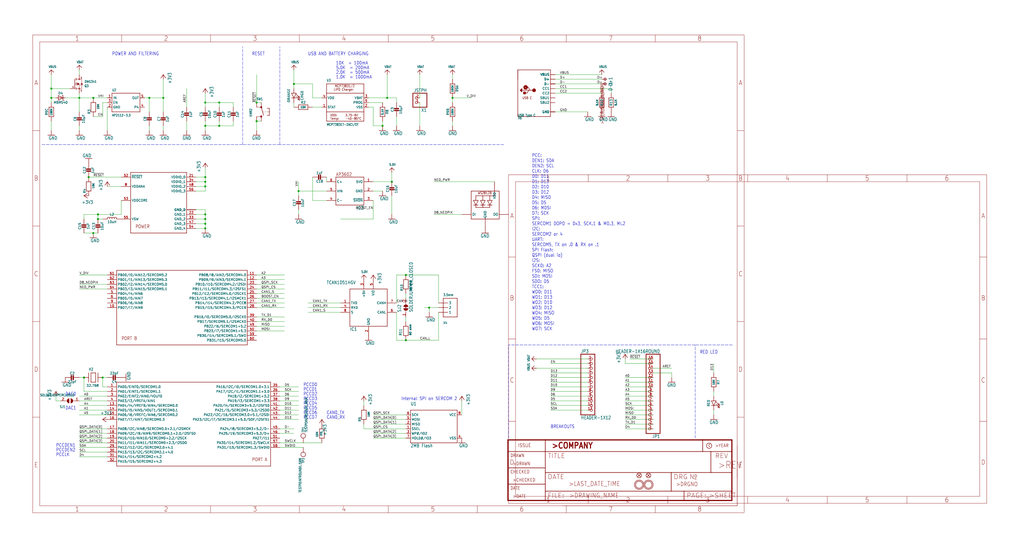
<source format=kicad_sch>
(kicad_sch (version 20211123) (generator eeschema)
  (paper "User" 557.53 299.161)
  (junction (at 213.36 99.06))
  (junction (at 111.76 55.88))
  (junction (at 111.76 101.6))
  (junction (at 139.7 55.88))
  (junction (at 210.82 53.34))
  (junction (at 111.76 119.38))
  (junction (at 48.26 96.52))
  (junction (at 45.72 205.74))
  (junction (at 111.76 68.58))
  (junction (at 246.38 53.34))
  (junction (at 233.68 167.64))
  (junction (at 27.94 48.26))
  (junction (at 111.76 124.46))
  (junction (at 111.76 99.06))
  (junction (at 119.38 68.58))
  (junction (at 220.98 185.42))
  (junction (at 81.28 53.34))
  (junction (at 27.94 53.34))
  (junction (at 160.02 45.72))
  (junction (at 220.98 149.86))
  (junction (at 53.34 119.38))
  (junction (at 43.18 53.34))
  (junction (at 53.34 116.84))
  (junction (at 111.76 121.92))
  (junction (at 139.7 66.04))
  (junction (at 50.8 127))
  (junction (at 88.9 53.34))
  (junction (at 111.76 116.84))
  (junction (at 162.56 104.14))
  (junction (at 119.38 55.88))
  (junction (at 50.8 53.34))
  (junction (at 111.76 96.52))
  (junction (at 208.28 68.58))
  (junction (at 55.88 205.74))
  (wire (pts (xy 127 66.04) (xy 127 68.58)))
  (wire (pts (xy 388.62 203.2) (xy 388.62 198.12)))
  (wire (pts (xy 170.18 45.72) (xy 170.18 53.34)))
  (wire (pts (xy 246.38 53.34) (xy 246.38 55.88)))
  (wire (pts (xy 45.72 213.36) (xy 45.72 205.74)))
  (polyline (pts (xy 378.46 187.96) (xy 276.86 187.96)))
  (wire (pts (xy 127 68.58) (xy 119.38 68.58)))
  (wire (pts (xy 139.7 165.1) (xy 154.94 165.1)))
  (wire (pts (xy 203.2 68.58) (xy 208.28 68.58)))
  (wire (pts (xy 213.36 106.68) (xy 213.36 116.84)))
  (wire (pts (xy 139.7 177.8) (xy 154.94 177.8)))
  (wire (pts (xy 162.56 223.52) (xy 152.4 223.52)))
  (wire (pts (xy 27.94 71.12) (xy 27.94 66.04)))
  (wire (pts (xy 30.48 53.34) (xy 27.94 53.34)))
  (wire (pts (xy 228.6 40.64) (xy 228.6 53.34)))
  (wire (pts (xy 101.6 66.04) (xy 101.6 71.12)))
  (wire (pts (xy 58.42 149.86) (xy 43.18 149.86)))
  (wire (pts (xy 106.68 124.46) (xy 111.76 124.46)))
  (wire (pts (xy 139.7 71.12) (xy 139.7 66.04)))
  (wire (pts (xy 106.68 99.06) (xy 111.76 99.06)))
  (wire (pts (xy 220.98 175.26) (xy 220.98 172.72)))
  (wire (pts (xy 388.62 223.52) (xy 388.62 226.06)))
  (wire (pts (xy 340.36 233.68) (xy 355.6 233.68)))
  (wire (pts (xy 142.24 66.04) (xy 139.7 66.04)))
  (wire (pts (xy 139.7 152.4) (xy 154.94 152.4)))
  (wire (pts (xy 167.64 167.64) (xy 185.42 167.64)))
  (wire (pts (xy 152.4 241.3) (xy 175.26 241.3)))
  (polyline (pts (xy 276.86 238.76) (xy 276.86 187.96)))
  (wire (pts (xy 238.76 149.86) (xy 238.76 165.1)))
  (wire (pts (xy 355.6 205.74) (xy 340.36 205.74)))
  (wire (pts (xy 203.2 238.76) (xy 220.98 238.76)))
  (wire (pts (xy 355.6 200.66) (xy 365.76 200.66)))
  (wire (pts (xy 355.6 203.2) (xy 365.76 203.2)))
  (wire (pts (xy 58.42 58.42) (xy 58.42 71.12)))
  (wire (pts (xy 355.6 220.98) (xy 340.36 220.98)))
  (wire (pts (xy 111.76 119.38) (xy 111.76 116.84)))
  (wire (pts (xy 251.46 218.44) (xy 251.46 226.06)))
  (wire (pts (xy 220.98 231.14) (xy 203.2 231.14)))
  (wire (pts (xy 302.26 43.18) (xy 327.66 43.18)))
  (wire (pts (xy 185.42 165.1) (xy 167.64 165.1)))
  (wire (pts (xy 43.18 241.3) (xy 58.42 241.3)))
  (wire (pts (xy 58.42 233.68) (xy 43.18 233.68)))
  (wire (pts (xy 111.76 55.88) (xy 111.76 50.8)))
  (wire (pts (xy 170.18 58.42) (xy 175.26 58.42)))
  (wire (pts (xy 30.48 218.44) (xy 30.48 215.9)))
  (wire (pts (xy 35.56 53.34) (xy 43.18 53.34)))
  (wire (pts (xy 162.56 116.84) (xy 162.56 114.3)))
  (wire (pts (xy 220.98 185.42) (xy 238.76 185.42)))
  (wire (pts (xy 165.1 243.84) (xy 152.4 243.84)))
  (wire (pts (xy 162.56 218.44) (xy 152.4 218.44)))
  (wire (pts (xy 111.76 71.12) (xy 111.76 68.58)))
  (wire (pts (xy 43.18 50.8) (xy 43.18 53.34)))
  (wire (pts (xy 43.18 218.44) (xy 58.42 218.44)))
  (wire (pts (xy 78.74 53.34) (xy 81.28 53.34)))
  (wire (pts (xy 320.04 213.36) (xy 299.72 213.36)))
  (wire (pts (xy 269.24 99.06) (xy 236.22 99.06)))
  (wire (pts (xy 119.38 68.58) (xy 119.38 66.04)))
  (wire (pts (xy 27.94 48.26) (xy 27.94 40.64)))
  (wire (pts (xy 320.04 220.98) (xy 299.72 220.98)))
  (wire (pts (xy 162.56 104.14) (xy 162.56 99.06)))
  (wire (pts (xy 43.18 53.34) (xy 43.18 60.96)))
  (wire (pts (xy 220.98 236.22) (xy 203.2 236.22)))
  (wire (pts (xy 203.2 99.06) (xy 213.36 99.06)))
  (wire (pts (xy 320.04 200.66) (xy 292.1 200.66)))
  (wire (pts (xy 106.68 114.3) (xy 111.76 114.3)))
  (wire (pts (xy 27.94 53.34) (xy 27.94 48.26)))
  (wire (pts (xy 106.68 101.6) (xy 111.76 101.6)))
  (wire (pts (xy 53.34 116.84) (xy 53.34 119.38)))
  (wire (pts (xy 220.98 162.56) (xy 220.98 160.02)))
  (wire (pts (xy 43.18 236.22) (xy 58.42 236.22)))
  (wire (pts (xy 340.36 208.28) (xy 355.6 208.28)))
  (wire (pts (xy 215.9 53.34) (xy 210.82 53.34)))
  (wire (pts (xy 160.02 38.1) (xy 160.02 45.72)))
  (wire (pts (xy 215.9 55.88) (xy 215.9 53.34)))
  (wire (pts (xy 152.4 226.06) (xy 162.56 226.06)))
  (wire (pts (xy 198.12 231.14) (xy 198.12 233.68)))
  (wire (pts (xy 170.18 109.22) (xy 170.18 96.52)))
  (wire (pts (xy 167.64 170.18) (xy 185.42 170.18)))
  (wire (pts (xy 246.38 40.64) (xy 246.38 43.18)))
  (wire (pts (xy 160.02 55.88) (xy 160.02 58.42)))
  (wire (pts (xy 320.04 60.96) (xy 302.26 60.96)))
  (wire (pts (xy 43.18 238.76) (xy 58.42 238.76)))
  (wire (pts (xy 152.4 215.9) (xy 162.56 215.9)))
  (wire (pts (xy 340.36 198.12) (xy 355.6 198.12)))
  (wire (pts (xy 139.7 55.88) (xy 142.24 55.88)))
  (wire (pts (xy 160.02 45.72) (xy 170.18 45.72)))
  (wire (pts (xy 139.7 149.86) (xy 154.94 149.86)))
  (polyline (pts (xy 152.4 78.74) (xy 152.4 25.4)))
  (wire (pts (xy 58.42 157.48) (xy 43.18 157.48)))
  (wire (pts (xy 55.88 210.82) (xy 58.42 210.82)))
  (wire (pts (xy 220.98 226.06) (xy 203.2 226.06)))
  (wire (pts (xy 299.72 223.52) (xy 320.04 223.52)))
  (wire (pts (xy 162.56 104.14) (xy 162.56 106.68)))
  (wire (pts (xy 340.36 231.14) (xy 355.6 231.14)))
  (wire (pts (xy 88.9 53.34) (xy 88.9 43.18)))
  (wire (pts (xy 119.38 55.88) (xy 111.76 55.88)))
  (wire (pts (xy 58.42 223.52) (xy 43.18 223.52)))
  (wire (pts (xy 208.28 104.14) (xy 203.2 104.14)))
  (wire (pts (xy 213.36 99.06) (xy 213.36 93.98)))
  (wire (pts (xy 332.74 48.26) (xy 332.74 50.8)))
  (wire (pts (xy 139.7 162.56) (xy 154.94 162.56)))
  (wire (pts (xy 299.72 210.82) (xy 320.04 210.82)))
  (wire (pts (xy 58.42 101.6) (xy 66.04 101.6)))
  (wire (pts (xy 139.7 175.26) (xy 154.94 175.26)))
  (wire (pts (xy 177.8 99.06) (xy 177.8 96.52)))
  (wire (pts (xy 101.6 58.42) (xy 101.6 48.26)))
  (wire (pts (xy 58.42 248.92) (xy 43.18 248.92)))
  (wire (pts (xy 203.2 228.6) (xy 220.98 228.6)))
  (wire (pts (xy 200.66 55.88) (xy 208.28 55.88)))
  (wire (pts (xy 88.9 68.58) (xy 88.9 71.12)))
  (wire (pts (xy 355.6 215.9) (xy 340.36 215.9)))
  (wire (pts (xy 111.76 124.46) (xy 111.76 121.92)))
  (wire (pts (xy 27.94 55.88) (xy 27.94 53.34)))
  (wire (pts (xy 355.6 223.52) (xy 340.36 223.52)))
  (wire (pts (xy 365.76 203.2) (xy 365.76 205.74)))
  (wire (pts (xy 162.56 213.36) (xy 152.4 213.36)))
  (polyline (pts (xy 378.46 238.76) (xy 378.46 187.96)))
  (wire (pts (xy 139.7 160.02) (xy 154.94 160.02)))
  (wire (pts (xy 139.7 40.64) (xy 139.7 55.88)))
  (wire (pts (xy 111.76 96.52) (xy 111.76 91.44)))
  (wire (pts (xy 198.12 218.44) (xy 198.12 220.98)))
  (wire (pts (xy 233.68 167.64) (xy 233.68 170.18)))
  (wire (pts (xy 355.6 210.82) (xy 340.36 210.82)))
  (wire (pts (xy 320.04 218.44) (xy 299.72 218.44)))
  (wire (pts (xy 58.42 220.98) (xy 43.18 220.98)))
  (wire (pts (xy 43.18 205.74) (xy 45.72 205.74)))
  (polyline (pts (xy 132.08 78.74) (xy 132.08 25.4)))
  (wire (pts (xy 66.04 116.84) (xy 53.34 116.84)))
  (polyline (pts (xy 274.32 78.74) (xy 152.4 78.74)))
  (wire (pts (xy 220.98 149.86) (xy 215.9 149.86)))
  (wire (pts (xy 55.88 55.88) (xy 58.42 55.88)))
  (wire (pts (xy 43.18 226.06) (xy 58.42 226.06)))
  (wire (pts (xy 66.04 116.84) (xy 66.04 109.22)))
  (wire (pts (xy 233.68 167.64) (xy 231.14 167.64)))
  (wire (pts (xy 388.62 213.36) (xy 388.62 215.9)))
  (wire (pts (xy 299.72 215.9) (xy 320.04 215.9)))
  (wire (pts (xy 53.34 127) (xy 50.8 127)))
  (wire (pts (xy 160.02 48.26) (xy 160.02 45.72)))
  (wire (pts (xy 238.76 167.64) (xy 233.68 167.64)))
  (wire (pts (xy 58.42 53.34) (xy 50.8 53.34)))
  (wire (pts (xy 162.56 228.6) (xy 152.4 228.6)))
  (wire (pts (xy 355.6 228.6) (xy 340.36 228.6)))
  (wire (pts (xy 111.76 99.06) (xy 111.76 96.52)))
  (wire (pts (xy 299.72 198.12) (xy 320.04 198.12)))
  (wire (pts (xy 33.02 218.44) (xy 30.48 218.44)))
  (polyline (pts (xy 152.4 78.74) (xy 132.08 78.74)))
  (wire (pts (xy 50.8 63.5) (xy 55.88 63.5)))
  (wire (pts (xy 58.42 154.94) (xy 43.18 154.94)))
  (wire (pts (xy 139.7 180.34) (xy 154.94 180.34)))
  (wire (pts (xy 106.68 96.52) (xy 111.76 96.52)))
  (wire (pts (xy 152.4 210.82) (xy 162.56 210.82)))
  (wire (pts (xy 208.28 66.04) (xy 208.28 68.58)))
  (polyline (pts (xy 398.78 187.96) (xy 378.46 187.96)))
  (wire (pts (xy 170.18 53.34) (xy 175.26 53.34)))
  (wire (pts (xy 106.68 119.38) (xy 111.76 119.38)))
  (wire (pts (xy 139.7 157.48) (xy 154.94 157.48)))
  (wire (pts (xy 55.88 119.38) (xy 53.34 119.38)))
  (wire (pts (xy 139.7 154.94) (xy 154.94 154.94)))
  (wire (pts (xy 111.76 99.06) (xy 111.76 101.6)))
  (wire (pts (xy 139.7 167.64) (xy 154.94 167.64)))
  (wire (pts (xy 58.42 243.84) (xy 43.18 243.84)))
  (wire (pts (xy 50.8 53.34) (xy 43.18 53.34)))
  (wire (pts (xy 139.7 172.72) (xy 154.94 172.72)))
  (wire (pts (xy 106.68 121.92) (xy 111.76 121.92)))
  (wire (pts (xy 55.88 205.74) (xy 55.88 210.82)))
  (wire (pts (xy 210.82 40.64) (xy 210.82 53.34)))
  (wire (pts (xy 81.28 60.96) (xy 81.28 53.34)))
  (wire (pts (xy 215.9 149.86) (xy 215.9 165.1)))
  (wire (pts (xy 220.98 149.86) (xy 238.76 149.86)))
  (wire (pts (xy 246.38 53.34) (xy 256.54 53.34)))
  (wire (pts (xy 43.18 38.1) (xy 43.18 40.64)))
  (wire (pts (xy 302.26 48.26) (xy 332.74 48.26)))
  (wire (pts (xy 340.36 218.44) (xy 355.6 218.44)))
  (wire (pts (xy 203.2 58.42) (xy 203.2 68.58)))
  (wire (pts (xy 111.76 58.42) (xy 111.76 55.88)))
  (wire (pts (xy 238.76 170.18) (xy 238.76 185.42)))
  (wire (pts (xy 215.9 63.5) (xy 215.9 68.58)))
  (wire (pts (xy 198.12 233.68) (xy 220.98 233.68)))
  (wire (pts (xy 53.34 116.84) (xy 45.72 116.84)))
  (wire (pts (xy 111.76 116.84) (xy 106.68 116.84)))
  (wire (pts (xy 228.6 68.58) (xy 228.6 55.88)))
  (wire (pts (xy 55.88 63.5) (xy 55.88 55.88)))
  (wire (pts (xy 152.4 233.68) (xy 160.02 233.68)))
  (wire (pts (xy 327.66 40.64) (xy 302.26 40.64)))
  (wire (pts (xy 111.76 104.14) (xy 111.76 101.6)))
  (wire (pts (xy 355.6 195.58) (xy 342.9 195.58)))
  (wire (pts (xy 177.8 104.14) (xy 162.56 104.14)))
  (wire (pts (xy 45.72 127) (xy 50.8 127)))
  (wire (pts (xy 203.2 109.22) (xy 203.2 119.38)))
  (wire (pts (xy 251.46 116.84) (xy 236.22 116.84)))
  (wire (pts (xy 58.42 213.36) (xy 45.72 213.36)))
  (wire (pts (xy 340.36 195.58) (xy 340.36 198.12)))
  (wire (pts (xy 246.38 68.58) (xy 246.38 66.04)))
  (wire (pts (xy 320.04 203.2) (xy 299.72 203.2)))
  (wire (pts (xy 106.68 104.14) (xy 111.76 104.14)))
  (wire (pts (xy 43.18 246.38) (xy 58.42 246.38)))
  (wire (pts (xy 45.72 116.84) (xy 45.72 119.38)))
  (wire (pts (xy 88.9 53.34) (xy 88.9 60.96)))
  (wire (pts (xy 38.1 48.26) (xy 27.94 48.26)))
  (wire (pts (xy 299.72 205.74) (xy 320.04 205.74)))
  (wire (pts (xy 203.2 119.38) (xy 185.42 119.38)))
  (wire (pts (xy 111.76 114.3) (xy 111.76 116.84)))
  (wire (pts (xy 152.4 236.22) (xy 160.02 236.22)))
  (wire (pts (xy 43.18 68.58) (xy 43.18 71.12)))
  (wire (pts (xy 292.1 195.58) (xy 320.04 195.58)))
  (wire (pts (xy 119.38 58.42) (xy 119.38 55.88)))
  (wire (pts (xy 127 55.88) (xy 127 58.42)))
  (wire (pts (xy 302.26 50.8) (xy 327.66 50.8)))
  (wire (pts (xy 111.76 68.58) (xy 111.76 66.04)))
  (wire (pts (xy 81.28 68.58) (xy 81.28 71.12)))
  (wire (pts (xy 340.36 226.06) (xy 355.6 226.06)))
  (wire (pts (xy 119.38 55.88) (xy 127 55.88)))
  (wire (pts (xy 302.26 45.72) (xy 327.66 45.72)))
  (wire (pts (xy 320.04 208.28) (xy 299.72 208.28)))
  (wire (pts (xy 220.98 185.42) (xy 215.9 185.42)))
  (wire (pts (xy 177.8 109.22) (xy 170.18 109.22)))
  (wire (pts (xy 210.82 53.34) (xy 200.66 53.34)))
  (wire (pts (xy 152.4 220.98) (xy 162.56 220.98)))
  (wire (pts (xy 55.88 205.74) (xy 58.42 205.74)))
  (wire (pts (xy 215.9 185.42) (xy 215.9 170.18)))
  (wire (pts (xy 200.66 58.42) (xy 203.2 58.42)))
  (wire (pts (xy 81.28 53.34) (xy 88.9 53.34)))
  (wire (pts (xy 66.04 96.52) (xy 48.26 96.52)))
  (wire (pts (xy 111.76 121.92) (xy 111.76 119.38)))
  (wire (pts (xy 58.42 215.9) (xy 43.18 215.9)))
  (wire (pts (xy 119.38 68.58) (xy 111.76 68.58)))
  (wire (pts (xy 340.36 213.36) (xy 355.6 213.36)))
  (polyline (pts (xy 22.86 78.74) (xy 132.08 78.74)))
  (text "POWER AND FILTERING" (at 60.96 30.48 180) (effects (font (size 1.778 1.5113)) (justify left bottom)))
  (text "DAC1" (at 35.56 223.52 180) (effects (font (size 1.778 1.5113)) (justify left bottom)))
  (text "CAN0_RX" (at 177.8 228.6 180) (effects (font (size 1.778 1.5113)) (justify left bottom)))
  (text "PCCD4" (at 165.1 220.98 180) (effects (font (size 1.778 1.5113)) (justify left bottom)))
  (text "RESET" (at 137.16 30.48 180) (effects (font (size 1.778 1.5113)) (justify left bottom)))
  (text "USB AND BATTERY CHARGING" (at 167.64 30.48 180) (effects (font (size 1.778 1.5113)) (justify left bottom)))
  (text "PCCDEN2" (at 30.48 246.38 180) (effects (font (size 1.778 1.5113)) (justify left bottom)))
  (text "PCC:\nDEN1: SDA\nDEN2: SCL\nCLK: D6\nD0: D11\nD1: D13\nD2: D10\nD3: D12\nD4: MISO\nD5: D5\nD6: MOSI\nD7: SCK\nSPI:\nSERCOM1 DOPO = 0x3, SCK.1 & MO.3, MI.2\nI2C:\nSERCOM2 or 4\nUART:\nSERCOM5, TX on .0 & RX on .1\nSPI Flash:\nQSPI (dual io)\nI2S:\nSCK0: A2\nFS0: MISO\nSDI: MOSI\nSDO: D5\nTCC1:\nWO0: D11\nWO1: D13\nWO2: D10\nWO3: D12\nWO4: MISO\nWO5: D5\nWO6: MOSI\nWO7: SCK" (at 289.56 180.34 0) (effects (font (size 1.778 1.5113)) (justify left bottom)))
  (text "BREAKOUTS" (at 299.72 233.68 180) (effects (font (size 1.778 1.5113)) (justify left bottom)))
  (text "PCCD7" (at 165.1 228.6 180) (effects (font (size 1.778 1.5113)) (justify left bottom)))
  (text "CAN0_TX" (at 177.8 226.06 180) (effects (font (size 1.778 1.5113)) (justify left bottom)))
  (text "RED LED" (at 381 193.04 180) (effects (font (size 1.778 1.5113)) (justify left bottom)))
  (text "PCCD1" (at 165.1 213.36 180) (effects (font (size 1.778 1.5113)) (justify left bottom)))
  (text "PCCD3" (at 165.1 218.44 180) (effects (font (size 1.778 1.5113)) (justify left bottom)))
  (text "PCCD6" (at 165.1 226.06 180) (effects (font (size 1.778 1.5113)) (justify left bottom)))
  (text "DAC0" (at 35.56 215.9 180) (effects (font (size 1.778 1.5113)) (justify left bottom)))
  (text "10K  = 100mA" (at 182.88 35.56 180) (effects (font (size 1.778 1.5113)) (justify left bottom)))
  (text "PCCD5" (at 165.1 223.52 180) (effects (font (size 1.778 1.5113)) (justify left bottom)))
  (text "PCCLK" (at 30.48 248.92 180) (effects (font (size 1.778 1.5113)) (justify left bottom)))
  (text "Internal SPI on SERCOM 2" (at 218.44 218.44 180) (effects (font (size 1.778 1.5113)) (justify left bottom)))
  (text "PCCDEN1" (at 30.48 243.84 180) (effects (font (size 1.778 1.5113)) (justify left bottom)))
  (text "PCCD0" (at 165.1 210.82 180) (effects (font (size 1.778 1.5113)) (justify left bottom)))
  (text "PCCD2" (at 165.1 215.9 180) (effects (font (size 1.778 1.5113)) (justify left bottom)))
  (text "2.0K  = 500mA" (at 182.88 40.64 180) (effects (font (size 1.778 1.5113)) (justify left bottom)))
  (text "1.0K  = 1000mA" (at 182.88 43.18 180) (effects (font (size 1.778 1.5113)) (justify left bottom)))
  (text "5.0K  = 200mA" (at 182.88 38.1 180) (effects (font (size 1.778 1.5113)) (justify left bottom)))
  (label "QSPI_DATA[0]" (at 43.18 233.68 0) (effects (font (size 1.2446 1.2446))))
  (label "MOSI" (at 142.24 180.34 0) (effects (font (size 1.2446 1.2446))))
  (label "CAN_L" (at 228.6 185.42 0) (effects (font (size 1.2446 1.2446))))
  (label "D13" (at 388.62 198.12 270) (effects (font (size 1.2446 1.2446))))
  (label "SCL" (at 43.18 246.38 0) (effects (font (size 1.2446 1.2446))))
  (label "D9" (at 154.94 218.44 0) (effects (font (size 1.2446 1.2446))))
  (label "SCK" (at 340.36 220.98 0) (effects (font (size 1.2446 1.2446))))
  (label "AREF" (at 101.6 55.88 90) (effects (font (size 1.2446 1.2446))))
  (label "BOOST_EN" (at 203.2 114.3 180) (effects (font (size 1.2446 1.2446))))
  (label "D5" (at 299.72 218.44 0) (effects (font (size 1.2446 1.2446))))
  (label "D-" (at 304.8 45.72 0) (effects (font (size 1.2446 1.2446))))
  (label "D8_NEOPIX" (at 236.22 116.84 0) (effects (font (size 1.2446 1.2446))))
  (label "NEO_PWR" (at 43.18 157.48 0) (effects (font (size 1.2446 1.2446))))
  (label "A5" (at 340.36 218.44 0) (effects (font (size 1.2446 1.2446))))
  (label "A0" (at 340.36 205.74 0) (effects (font (size 1.2446 1.2446))))
  (label "QSPI_CS" (at 142.24 157.48 0) (effects (font (size 1.2446 1.2446))))
  (label "D+" (at 325.12 43.18 0) (effects (font (size 1.2446 1.2446))))
  (label "MISO" (at 340.36 226.06 0) (effects (font (size 1.2446 1.2446))))
  (label "D11" (at 154.94 223.52 0) (effects (font (size 1.2446 1.2446))))
  (label "MOSI" (at 340.36 223.52 0) (effects (font (size 1.2446 1.2446))))
  (label "D13" (at 154.94 228.6 0) (effects (font (size 1.2446 1.2446))))
  (label "A4" (at 340.36 215.9 0) (effects (font (size 1.2446 1.2446))))
  (label "QSPI_SCK" (at 142.24 154.94 0) (effects (font (size 1.2446 1.2446))))
  (label "CAN1_RX" (at 142.24 167.64 0) (effects (font (size 1.2446 1.2446))))
  (label "AREF" (at 360.68 200.66 0) (effects (font (size 1.2446 1.2446))))
  (label "SCK" (at 154.94 213.36 0) (effects (font (size 1.2446 1.2446))))
  (label "QSPI_DATA[3]" (at 43.18 241.3 0) (effects (font (size 1.2446 1.2446))))
  (label "D4" (at 340.36 233.68 0) (effects (font (size 1.2446 1.2446))))
  (label "SDA" (at 299.72 223.52 0) (effects (font (size 1.2446 1.2446))))
  (label "CAN1_RX" (at 170.18 167.64 0) (effects (font (size 1.2446 1.2446))))
  (label "SCL" (at 299.72 220.98 0) (effects (font (size 1.2446 1.2446))))
  (label "TX_D1" (at 340.36 231.14 0) (effects (font (size 1.2446 1.2446))))
  (label "D6" (at 299.72 215.9 0) (effects (font (size 1.2446 1.2446))))
  (label "A1" (at 45.72 223.52 0) (effects (font (size 1.2446 1.2446))))
  (label "D10" (at 299.72 210.82 0) (effects (font (size 1.2446 1.2446))))
  (label "CAN1_TX" (at 142.24 165.1 0) (effects (font (size 1.2446 1.2446))))
  (label "VHI" (at 53.34 53.34 0) (effects (font (size 1.2446 1.2446))))
  (label "D-" (at 325.12 45.72 0) (effects (font (size 1.2446 1.2446))))
  (label "D13" (at 299.72 203.2 0) (effects (font (size 1.2446 1.2446))))
  (label "A0" (at 45.72 215.9 0) (effects (font (size 1.2446 1.2446))))
  (label "D9" (at 299.72 213.36 0) (effects (font (size 1.2446 1.2446))))
  (label "~{RESET}" (at 139.7 55.88 90) (effects (font (size 1.2446 1.2446))))
  (label "EN" (at 53.34 63.5 0) (effects (font (size 1.2446 1.2446))))
  (label "A3" (at 340.36 213.36 0) (effects (font (size 1.2446 1.2446))))
  (label "QSPI_DATA[2]" (at 43.18 238.76 0) (effects (font (size 1.2446 1.2446))))
  (label "V_DIV" (at 43.18 149.86 0) (effects (font (size 1.2446 1.2446))))
  (label "A2" (at 340.36 210.82 0) (effects (font (size 1.2446 1.2446))))
  (label "QSPI_DATA[1]" (at 203.2 231.14 0) (effects (font (size 1.2446 1.2446))))
  (label "CAN1_S" (at 170.18 170.18 0) (effects (font (size 1.2446 1.2446))))
  (label "BOOST_EN" (at 142.24 162.56 0) (effects (font (size 1.2446 1.2446))))
  (label "GND" (at 304.8 60.96 0) (effects (font (size 1.2446 1.2446))))
  (label "D8_NEOPIX" (at 43.18 154.94 0) (effects (font (size 1.2446 1.2446))))
  (label "CAN1_S" (at 142.24 160.02 0) (effects (font (size 1.2446 1.2446))))
  (label "CC1" (at 304.8 48.26 0) (effects (font (size 1.2446 1.2446))))
  (label "QSPI_DATA[3]" (at 203.2 238.76 0) (effects (font (size 1.2446 1.2446))))
  (label "VBUS" (at 304.8 40.64 0) (effects (font (size 1.2446 1.2446))))
  (label "A3" (at 142.24 152.4 0) (effects (font (size 1.2446 1.2446))))
  (label "RX_D0" (at 340.36 228.6 0) (effects (font (size 1.2446 1.2446))))
  (label "SDA" (at 43.18 243.84 0) (effects (font (size 1.2446 1.2446))))
  (label "D+" (at 304.8 43.18 0) (effects (font (size 1.2446 1.2446))))
  (label "~{RESET}" (at 342.9 195.58 0) (effects (font (size 1.2446 1.2446))))
  (label "V_DIV" (at 254 53.34 0) (effects (font (size 1.2446 1.2446))))
  (label "MISO" (at 142.24 177.8 0) (effects (font (size 1.2446 1.2446))))
  (label "~{RESET}" (at 50.8 96.52 0) (effects (font (size 1.2446 1.2446))))
  (label "D12" (at 154.94 226.06 0) (effects (font (size 1.2446 1.2446))))
  (label "SWCLK" (at 154.94 241.3 0) (effects (font (size 1.2446 1.2446))))
  (label "QSPI_DATA[2]" (at 203.2 236.22 0) (effects (font (size 1.2446 1.2446))))
  (label "A1" (at 340.36 208.28 0) (effects (font (size 1.2446 1.2446))))
  (label "NEO_PWR" (at 236.22 99.06 0) (effects (font (size 1.2446 1.2446))))
  (label "RX_D0" (at 142.24 175.26 0) (effects (font (size 1.2446 1.2446))))
  (label "D12" (at 299.72 205.74 0) (effects (font (size 1.2446 1.2446))))
  (label "D6" (at 154.94 215.9 0) (effects (font (size 1.2446 1.2446))))
  (label "A5" (at 45.72 226.06 0) (effects (font (size 1.2446 1.2446))))
  (label "QSPI_DATA[0]" (at 203.2 228.6 0) (effects (font (size 1.2446 1.2446))))
  (label "CAN1_TX" (at 170.18 165.1 0) (effects (font (size 1.2446 1.2446))))
  (label "D11" (at 299.72 208.28 0) (effects (font (size 1.2446 1.2446))))
  (label "CC2" (at 304.8 50.8 0) (effects (font (size 1.2446 1.2446))))
  (label "D+" (at 154.94 236.22 0) (effects (font (size 1.2446 1.2446))))
  (label "D10" (at 154.94 220.98 0) (effects (font (size 1.2446 1.2446))))
  (label "VHI" (at 162.56 101.6 90) (effects (font (size 1.2446 1.2446))))
  (label "CAN_H" (at 215.9 165.1 0) (effects (font (size 1.2446 1.2446))))
  (label "A2" (at 142.24 149.86 0) (effects (font (size 1.2446 1.2446))))
  (label "EN" (at 299.72 198.12 0) (effects (font (size 1.2446 1.2446))))
  (label "SWDIO" (at 154.94 243.84 0) (effects (font (size 1.2446 1.2446))))
  (label "TX_D1" (at 142.24 172.72 0) (effects (font (size 1.2446 1.2446))))
  (label "QSPI_SCK" (at 203.2 226.06 0) (effects (font (size 1.2446 1.2446))))
  (label "D5" (at 154.94 210.82 0) (effects (font (size 1.2446 1.2446))))
  (label "QSPI_CS" (at 203.2 233.68 0) (effects (font (size 1.2446 1.2446))))
  (label "AREF" (at 45.72 218.44 0) (effects (font (size 1.2446 1.2446))))
  (label "QSPI_DATA[1]" (at 43.18 236.22 0) (effects (font (size 1.2446 1.2446))))
  (label "A4" (at 45.72 220.98 0) (effects (font (size 1.2446 1.2446))))
  (label "D-" (at 154.94 233.68 0) (effects (font (size 1.2446 1.2446))))
  (label "D4" (at 43.18 248.92 0) (effects (font (size 1.2446 1.2446))))
  (symbol (lib_id "schematicEagle-eagle-import:GND") (at 81.28 73.66 0) (unit 1)
    (property "Reference" "#U$29" (effects hide))
    (property "Value" "GND" (at 79.756 76.2 0) (effects (font (size 1.778 1.5113)) (justify left bottom)))
    (property "Footprint" "schematicEagle:" (effects hide))
  )
  (symbol (lib_id "schematicEagle-eagle-import:TPB1,27") (at 330.2 43.18 270) (unit 1)
    (property "Reference" "D+1" (at 331.47 41.91 0) (effects (font (size 1.778 1.5113)) (justify left bottom)))
    (property "Value" "TPB1,27" (effects hide))
    (property "Footprint" "schematicEagle:B1,27" (effects hide))
  )
  (symbol (lib_id "schematicEagle-eagle-import:+3V3") (at 198.12 215.9 0) (mirror y) (unit 1)
    (property "Reference" "#+3V8" (effects hide))
    (property "Value" "+3V3" (at 200.66 220.98 90) (effects (font (size 1.778 1.5113)) (justify left bottom)))
    (property "Footprint" "schematicEagle:" (effects hide))
  )
  (symbol (lib_id "schematicEagle-eagle-import:GND") (at 327.66 63.5 0) (unit 1)
    (property "Reference" "#U$6" (effects hide))
    (property "Value" "GND" (at 326.136 66.04 0) (effects (font (size 1.778 1.5113)) (justify left bottom)))
    (property "Footprint" "schematicEagle:" (effects hide))
  )
  (symbol (lib_id "schematicEagle-eagle-import:HEADER-1X12") (at 322.58 210.82 0) (unit 1)
    (property "Reference" "JP3" (at 316.23 192.405 0) (effects (font (size 1.778 1.5113)) (justify left bottom)))
    (property "Value" "HEADER-1X12" (at 316.23 228.6 0) (effects (font (size 1.778 1.5113)) (justify left bottom)))
    (property "Footprint" "schematicEagle:1X12_ROUND" (effects hide))
  )
  (symbol (lib_id "schematicEagle-eagle-import:5.0V") (at 198.12 149.86 0) (unit 1)
    (property "Reference" "#U$23" (effects hide))
    (property "Value" "5.0V" (at 196.596 148.844 0) (effects (font (size 1.27 1.0795)) (justify left bottom)))
    (property "Footprint" "schematicEagle:" (effects hide))
  )
  (symbol (lib_id "schematicEagle-eagle-import:CAP_CERAMIC0603_NO") (at 119.38 63.5 0) (unit 1)
    (property "Reference" "C10" (at 117.09 62.25 90))
    (property "Value" "1uF" (at 121.68 62.25 90))
    (property "Footprint" "schematicEagle:0603-NO" (effects hide))
  )
  (symbol (lib_id "schematicEagle-eagle-import:+3V3") (at 88.9 40.64 0) (mirror y) (unit 1)
    (property "Reference" "#+3V4" (effects hide))
    (property "Value" "+3V3" (at 91.44 45.72 90) (effects (font (size 1.778 1.5113)) (justify left bottom)))
    (property "Footprint" "schematicEagle:" (effects hide))
  )
  (symbol (lib_id "schematicEagle-eagle-import:GND") (at 388.62 228.6 0) (mirror y) (unit 1)
    (property "Reference" "#GND10" (effects hide))
    (property "Value" "GND" (at 391.16 231.14 0) (effects (font (size 1.778 1.5113)) (justify left bottom)))
    (property "Footprint" "schematicEagle:" (effects hide))
  )
  (symbol (lib_id "schematicEagle-eagle-import:XTAL-3.2X1.5") (at 50.8 205.74 0) (unit 1)
    (property "Reference" "X2" (at 48.26 201.93 0) (effects (justify left bottom)))
    (property "Value" "32.768" (at 46.99 210.82 0) (effects (justify left bottom)))
    (property "Footprint" "schematicEagle:XTAL3215" (effects hide))
  )
  (symbol (lib_id "schematicEagle-eagle-import:+3V3") (at 111.76 88.9 0) (unit 1)
    (property "Reference" "#+3V12" (effects hide))
    (property "Value" "+3V3" (at 109.22 93.98 90) (effects (font (size 1.778 1.5113)) (justify left bottom)))
    (property "Footprint" "schematicEagle:" (effects hide))
  )
  (symbol (lib_id "schematicEagle-eagle-import:VBAT") (at 246.38 38.1 0) (mirror y) (unit 1)
    (property "Reference" "#U$2" (effects hide))
    (property "Value" "VBAT" (at 247.904 37.084 0) (effects (font (size 1.27 1.0795)) (justify left bottom)))
    (property "Footprint" "schematicEagle:" (effects hide))
  )
  (symbol (lib_id "schematicEagle-eagle-import:FRAME_A3") (at 17.78 279.4 0) (unit 1)
    (property "Reference" "#FRAME2" (effects hide))
    (property "Value" "FRAME_A3" (effects hide))
    (property "Footprint" "schematicEagle:" (effects hide))
  )
  (symbol (lib_id "schematicEagle-eagle-import:VBUS") (at 327.66 38.1 0) (unit 1)
    (property "Reference" "#U$44" (effects hide))
    (property "Value" "VBUS" (at 326.136 37.084 0) (effects (font (size 1.27 1.0795)) (justify left bottom)))
    (property "Footprint" "schematicEagle:" (effects hide))
  )
  (symbol (lib_id "schematicEagle-eagle-import:CAP_CERAMIC0603_NO") (at 63.5 205.74 90) (unit 1)
    (property "Reference" "C4" (at 62.25 208.03 90))
    (property "Value" "22pF" (at 62.25 203.44 90))
    (property "Footprint" "schematicEagle:0603-NO" (effects hide))
  )
  (symbol (lib_id "schematicEagle-eagle-import:RESISTOR_0603_NOOUT") (at 165.1 58.42 0) (unit 1)
    (property "Reference" "R2" (at 165.1 55.88 0))
    (property "Value" "10K" (at 165.1 58.42 0) (effects (font (size 1.016 1.016) bold)))
    (property "Footprint" "schematicEagle:0603-NO" (effects hide))
  )
  (symbol (lib_id "schematicEagle-eagle-import:GND") (at 246.38 71.12 0) (mirror y) (unit 1)
    (property "Reference" "#GND13" (effects hide))
    (property "Value" "GND" (at 248.92 73.66 0) (effects (font (size 1.778 1.5113)) (justify left bottom)))
    (property "Footprint" "schematicEagle:" (effects hide))
  )
  (symbol (lib_id "schematicEagle-eagle-import:GND") (at 215.9 71.12 0) (unit 1)
    (property "Reference" "#U$33" (effects hide))
    (property "Value" "GND" (at 214.376 73.66 0) (effects (font (size 1.778 1.5113)) (justify left bottom)))
    (property "Footprint" "schematicEagle:" (effects hide))
  )
  (symbol (lib_id "schematicEagle-eagle-import:GND") (at 111.76 127 0) (unit 1)
    (property "Reference" "#U$18" (effects hide))
    (property "Value" "GND" (at 110.236 129.54 0) (effects (font (size 1.778 1.5113)) (justify left bottom)))
    (property "Footprint" "schematicEagle:" (effects hide))
  )
  (symbol (lib_id "schematicEagle-eagle-import:CON_JST_PH_2PIN_BATT") (at 226.06 53.34 180) (unit 1)
    (property "Reference" "X1" (at 232.41 59.055 0) (effects (font (size 1.778 1.5113)) (justify left bottom)))
    (property "Value" "JSTPH" (at 232.41 48.26 0) (effects (font (size 1.778 1.5113)) (justify left bottom)))
    (property "Footprint" "schematicEagle:JSTPH2_BATT" (effects hide))
  )
  (symbol (lib_id "schematicEagle-eagle-import:RESISTOR0805_NOOUTLINE") (at 220.98 180.34 270) (unit 1)
    (property "Reference" "R11" (at 217.3986 179.07 0) (effects (justify left bottom)))
    (property "Value" "60 ohm" (at 222.758 176.53 0) (effects (font (size 1.016 1.016) bold) (justify left bottom)))
    (property "Footprint" "schematicEagle:0805-NO" (effects hide))
  )
  (symbol (lib_id "schematicEagle-eagle-import:GND") (at 233.68 172.72 0) (unit 1)
    (property "Reference" "#U$5" (effects hide))
    (property "Value" "GND" (at 232.156 175.26 0) (effects (font (size 1.778 1.5113)) (justify left bottom)))
    (property "Footprint" "schematicEagle:" (effects hide))
  )
  (symbol (lib_id "schematicEagle-eagle-import:MOUNTINGHOLE2.5") (at 353.06 264.16 0) (unit 1)
    (property "Reference" "U$32" (effects hide))
    (property "Value" "MOUNTINGHOLE2.5" (effects hide))
    (property "Footprint" "schematicEagle:MOUNTINGHOLE_2.5_PLATED" (effects hide))
  )
  (symbol (lib_id "schematicEagle-eagle-import:VBAT") (at 43.18 35.56 0) (unit 1)
    (property "Reference" "#U$17" (effects hide))
    (property "Value" "VBAT" (at 41.656 34.544 0) (effects (font (size 1.27 1.0795)) (justify left bottom)))
    (property "Footprint" "schematicEagle:" (effects hide))
  )
  (symbol (lib_id "schematicEagle-eagle-import:GND") (at 35.56 208.28 0) (unit 1)
    (property "Reference" "#U$8" (effects hide))
    (property "Value" "GND" (at 34.036 210.82 0) (effects (font (size 1.778 1.5113)) (justify left bottom)))
    (property "Footprint" "schematicEagle:" (effects hide))
  )
  (symbol (lib_id "schematicEagle-eagle-import:+3V3") (at 111.76 48.26 0) (mirror y) (unit 1)
    (property "Reference" "#+3V2" (effects hide))
    (property "Value" "+3V3" (at 114.3 53.34 90) (effects (font (size 1.778 1.5113)) (justify left bottom)))
    (property "Footprint" "schematicEagle:" (effects hide))
  )
  (symbol (lib_id "schematicEagle-eagle-import:GND") (at 213.36 119.38 0) (unit 1)
    (property "Reference" "#U$37" (effects hide))
    (property "Value" "GND" (at 211.836 121.92 0) (effects (font (size 1.778 1.5113)) (justify left bottom)))
    (property "Footprint" "schematicEagle:" (effects hide))
  )
  (symbol (lib_id "schematicEagle-eagle-import:RESISTOR_0603_NOOUT") (at 327.66 55.88 90) (unit 1)
    (property "Reference" "R12" (at 327.66 55.88 0))
    (property "Value" "5.1K" (at 325.12 55.88 0) (effects (font (size 1.016 1.016) bold)))
    (property "Footprint" "schematicEagle:0603-NO" (effects hide))
  )
  (symbol (lib_id "schematicEagle-eagle-import:+3V3") (at 30.48 213.36 0) (unit 1)
    (property "Reference" "#+3V10" (effects hide))
    (property "Value" "+3V3" (at 27.94 218.44 90) (effects (font (size 1.778 1.5113)) (justify left bottom)))
    (property "Footprint" "schematicEagle:" (effects hide))
  )
  (symbol (lib_id "schematicEagle-eagle-import:CAP_CERAMIC0603_NO") (at 38.1 205.74 270) (unit 1)
    (property "Reference" "C2" (at 39.35 203.45 90))
    (property "Value" "22pF" (at 39.35 208.04 90))
    (property "Footprint" "schematicEagle:0603-NO" (effects hide))
  )
  (symbol (lib_id "schematicEagle-eagle-import:GND") (at 88.9 73.66 0) (unit 1)
    (property "Reference" "#U$28" (effects hide))
    (property "Value" "GND" (at 87.376 76.2 0) (effects (font (size 1.778 1.5113)) (justify left bottom)))
    (property "Footprint" "schematicEagle:" (effects hide))
  )
  (symbol (lib_id "schematicEagle-eagle-import:CAP_CERAMIC0603_NO") (at 127 63.5 0) (unit 1)
    (property "Reference" "C11" (at 124.71 62.25 90))
    (property "Value" "1uF" (at 129.3 62.25 90))
    (property "Footprint" "schematicEagle:0603-NO" (effects hide))
  )
  (symbol (lib_id "schematicEagle-eagle-import:GND") (at 58.42 73.66 0) (unit 1)
    (property "Reference" "#U$30" (effects hide))
    (property "Value" "GND" (at 56.896 76.2 0) (effects (font (size 1.778 1.5113)) (justify left bottom)))
    (property "Footprint" "schematicEagle:" (effects hide))
  )
  (symbol (lib_id "schematicEagle-eagle-import:GND") (at 68.58 205.74 90) (unit 1)
    (property "Reference" "#U$10" (effects hide))
    (property "Value" "GND" (at 71.12 207.264 0) (effects (font (size 1.778 1.5113)) (justify left bottom)))
    (property "Footprint" "schematicEagle:" (effects hide))
  )
  (symbol (lib_id "schematicEagle-eagle-import:RESISTOR_0603_NOOUT") (at 332.74 55.88 90) (unit 1)
    (property "Reference" "R13" (at 332.74 55.88 0))
    (property "Value" "5.1K" (at 335.28 55.88 0) (effects (font (size 1.016 1.016) bold)))
    (property "Footprint" "schematicEagle:0603-NO" (effects hide))
  )
  (symbol (lib_id "schematicEagle-eagle-import:+3V3") (at 55.88 228.6 90) (mirror x) (unit 1)
    (property "Reference" "#+3V3" (effects hide))
    (property "Value" "+3V3" (at 60.96 226.06 90) (effects (font (size 1.778 1.5113)) (justify left bottom)))
    (property "Footprint" "schematicEagle:" (effects hide))
  )
  (symbol (lib_id "schematicEagle-eagle-import:GND") (at 320.04 63.5 0) (unit 1)
    (property "Reference" "#U$41" (effects hide))
    (property "Value" "GND" (at 318.516 66.04 0) (effects (font (size 1.778 1.5113)) (justify left bottom)))
    (property "Footprint" "schematicEagle:" (effects hide))
  )
  (symbol (lib_id "schematicEagle-eagle-import:GND") (at 139.7 73.66 0) (unit 1)
    (property "Reference" "#GND7" (effects hide))
    (property "Value" "GND" (at 137.16 76.2 0) (effects (font (size 1.778 1.5113)) (justify left bottom)))
    (property "Footprint" "schematicEagle:" (effects hide))
  )
  (symbol (lib_id "schematicEagle-eagle-import:RESISTOR_4PACK_NO") (at 27.94 60.96 90) (unit 3)
    (property "Reference" "R9" (at 25.4 60.96 0))
    (property "Value" "100K" (at 27.94 60.96 0) (effects (font (size 1.016 1.016) bold)))
    (property "Footprint" "schematicEagle:RESPACK_4X0603_NO" (effects hide))
  )
  (symbol (lib_id "schematicEagle-eagle-import:CAP_CERAMIC0805-NOOUTLINE") (at 81.28 66.04 0) (unit 1)
    (property "Reference" "C8" (at 78.99 64.79 90))
    (property "Value" "10µF" (at 83.58 64.79 90))
    (property "Footprint" "schematicEagle:0805-NO" (effects hide))
    (property "Value" "10µF" (effects hide))
  )
  (symbol (lib_id "schematicEagle-eagle-import:GND") (at 251.46 241.3 0) (unit 1)
    (property "Reference" "#U$26" (effects hide))
    (property "Value" "GND" (at 249.936 243.84 0) (effects (font (size 1.778 1.5113)) (justify left bottom)))
    (property "Footprint" "schematicEagle:" (effects hide))
  )
  (symbol (lib_id "schematicEagle-eagle-import:TERMBLOCK_1X3") (at 243.84 167.64 0) (mirror x) (unit 1)
    (property "Reference" "X4" (at 241.3 175.26 0) (effects (font (size 1.27 1.0795)) (justify left bottom)))
    (property "Value" "3.5mm" (at 241.3 160.02 0) (effects (font (size 1.27 1.0795)) (justify left bottom)))
    (property "Footprint" "schematicEagle:TERMBLOCK_1X3-3.5MM" (effects hide))
  )
  (symbol (lib_id "schematicEagle-eagle-import:GND") (at 208.28 71.12 0) (unit 1)
    (property "Reference" "#U$36" (effects hide))
    (property "Value" "GND" (at 206.756 73.66 0) (effects (font (size 1.778 1.5113)) (justify left bottom)))
    (property "Footprint" "schematicEagle:" (effects hide))
  )
  (symbol (lib_id "schematicEagle-eagle-import:AP3602") (at 190.5 104.14 0) (mirror y) (unit 1)
    (property "Reference" "IC3" (at 198.12 114.3 0) (effects (font (size 1.778 1.5113)) (justify left bottom)))
    (property "Value" "AP3602" (effects hide))
    (property "Footprint" "schematicEagle:SOT23-6" (effects hide))
  )
  (symbol (lib_id "schematicEagle-eagle-import:GND") (at 208.28 106.68 0) (unit 1)
    (property "Reference" "#U$43" (effects hide))
    (property "Value" "GND" (at 206.756 109.22 0) (effects (font (size 1.778 1.5113)) (justify left bottom)))
    (property "Footprint" "schematicEagle:" (effects hide))
  )
  (symbol (lib_id "schematicEagle-eagle-import:MOSFET-P") (at 43.18 45.72 0) (mirror x) (unit 1)
    (property "Reference" "Q3" (at 45.974 46.101 0) (effects (font (size 1.27 1.0795)) (justify left bottom)))
    (property "Value" "DMG341" (at 45.974 43.815 0) (effects (font (size 1.27 1.0795)) (justify left bottom)))
    (property "Footprint" "schematicEagle:SOT23-R" (effects hide))
  )
  (symbol (lib_id "schematicEagle-eagle-import:CAP_CERAMIC0805-NOOUTLINE") (at 162.56 111.76 0) (unit 1)
    (property "Reference" "C17" (at 160.27 110.51 90))
    (property "Value" "10uF" (at 164.86 110.51 90))
    (property "Footprint" "schematicEagle:0805-NO" (effects hide))
  )
  (symbol (lib_id "schematicEagle-eagle-import:GND") (at 332.74 63.5 0) (unit 1)
    (property "Reference" "#U$24" (effects hide))
    (property "Value" "GND" (at 331.216 66.04 0) (effects (font (size 1.778 1.5113)) (justify left bottom)))
    (property "Footprint" "schematicEagle:" (effects hide))
  )
  (symbol (lib_id "schematicEagle-eagle-import:DIODE-SCHOTTKYSOD-123") (at 33.02 53.34 0) (unit 1)
    (property "Reference" "D4" (at 33.02 50.8 0))
    (property "Value" "MBR540" (at 33.02 55.84 0))
    (property "Footprint" "schematicEagle:SOD-123" (effects hide))
  )
  (symbol (lib_id "schematicEagle-eagle-import:RESISTOR_4PACK_NO") (at 246.38 48.26 270) (mirror x) (unit 1)
    (property "Reference" "R9" (at 248.92 48.26 0))
    (property "Value" "100K" (at 246.38 48.26 0) (effects (font (size 1.016 1.016) bold)))
    (property "Footprint" "schematicEagle:RESPACK_4X0603_NO" (effects hide))
  )
  (symbol (lib_id "schematicEagle-eagle-import:CAP_CERAMIC0805-NOOUTLINE") (at 111.76 63.5 0) (unit 1)
    (property "Reference" "C5" (at 109.47 62.25 90))
    (property "Value" "10uF" (at 114.06 62.25 90))
    (property "Footprint" "schematicEagle:0805-NO" (effects hide))
  )
  (symbol (lib_id "schematicEagle-eagle-import:+3V3") (at 58.42 99.06 0) (unit 1)
    (property "Reference" "#+3V11" (effects hide))
    (property "Value" "+3V3" (at 55.88 104.14 90) (effects (font (size 1.778 1.5113)) (justify left bottom)))
    (property "Footprint" "schematicEagle:" (effects hide))
  )
  (symbol (lib_id "schematicEagle-eagle-import:GND") (at 27.94 73.66 0) (unit 1)
    (property "Reference" "#U$25" (effects hide))
    (property "Value" "GND" (at 26.416 76.2 0) (effects (font (size 1.778 1.5113)) (justify left bottom)))
    (property "Footprint" "schematicEagle:" (effects hide))
  )
  (symbol (lib_id "schematicEagle-eagle-import:SPIFLASH_8PINUX") (at 236.22 233.68 0) (unit 1)
    (property "Reference" "U1" (at 223.52 220.98 0) (effects (font (size 1.778 1.5113)) (justify left bottom)))
    (property "Value" "2MB Flash" (at 223.52 243.84 0) (effects (font (size 1.778 1.5113)) (justify left bottom)))
    (property "Footprint" "schematicEagle:USON8" (effects hide))
  )
  (symbol (lib_id "schematicEagle-eagle-import:CAP_CERAMIC0805-NOOUTLINE") (at 53.34 124.46 0) (unit 1)
    (property "Reference" "C13" (at 51.05 123.21 90))
    (property "Value" "10uF" (at 55.64 123.21 90))
    (property "Footprint" "schematicEagle:0805-NO" (effects hide))
  )
  (symbol (lib_id "schematicEagle-eagle-import:VBUS") (at 160.02 35.56 0) (unit 1)
    (property "Reference" "#U$38" (effects hide))
    (property "Value" "VBUS" (at 158.496 34.544 0) (effects (font (size 1.27 1.0795)) (justify left bottom)))
    (property "Footprint" "schematicEagle:" (effects hide))
  )
  (symbol (lib_id "schematicEagle-eagle-import:MCP73831{slash}2") (at 187.96 55.88 0) (unit 1)
    (property "Reference" "U3" (at 177.8 44.45 0) (effects (font (size 1.27 1.0795)) (justify left bottom)))
    (property "Value" "MCP73831T-2ACI/OT" (at 177.8 68.58 0) (effects (font (size 1.27 1.0795)) (justify left bottom)))
    (property "Footprint" "schematicEagle:SOT23-5" (effects hide))
  )
  (symbol (lib_id "schematicEagle-eagle-import:GND") (at 162.56 119.38 0) (unit 1)
    (property "Reference" "#U$40" (effects hide))
    (property "Value" "GND" (at 161.036 121.92 0) (effects (font (size 1.778 1.5113)) (justify left bottom)))
    (property "Footprint" "schematicEagle:" (effects hide))
  )
  (symbol (lib_id "schematicEagle-eagle-import:WS2812B3535") (at 264.16 114.3 0) (unit 1)
    (property "Reference" "LED1" (effects hide))
    (property "Value" "WS2812B3535" (effects hide))
    (property "Footprint" "schematicEagle:LED3535" (effects hide))
  )
  (symbol (lib_id "schematicEagle-eagle-import:TESTPOINTROUND1.5MM") (at 165.1 241.3 0) (unit 1)
    (property "Reference" "TP1" (at 165.1 235.712 90) (effects (font (size 1.27 1.0795)) (justify left)))
    (property "Value" "TESTPOINTROUND1.5MM" (at 166.751 235.712 90) (effects (font (size 1.27 1.0795)) (justify left)))
    (property "Footprint" "schematicEagle:TESTPOINT_ROUND_1.5MM" (effects hide))
  )
  (symbol (lib_id "schematicEagle-eagle-import:GND") (at 48.26 86.36 180) (unit 1)
    (property "Reference" "#U$3" (effects hide))
    (property "Value" "GND" (at 49.784 83.82 0) (effects (font (size 1.778 1.5113)) (justify left bottom)))
    (property "Footprint" "schematicEagle:" (effects hide))
  )
  (symbol (lib_id "schematicEagle-eagle-import:ATSAMD51J") (at 88.9 228.6 0) (unit 1)
    (property "Reference" "U$14" (effects hide))
    (property "Value" "ATSAMD51J" (effects hide))
    (property "Footprint" "schematicEagle:PQFN64-1" (effects hide))
  )
  (symbol (lib_id "schematicEagle-eagle-import:LED0603_NOOUTLINE") (at 388.62 220.98 270) (unit 1)
    (property "Reference" "L0" (at 393.065 219.71 0))
    (property "Value" "RED" (at 385.826 219.71 0))
    (property "Footprint" "schematicEagle:CHIPLED_0603_NOOUTLINE" (effects hide))
  )
  (symbol (lib_id "schematicEagle-eagle-import:GND") (at 200.66 185.42 0) (unit 1)
    (property "Reference" "#U$4" (effects hide))
    (property "Value" "GND" (at 199.136 187.96 0) (effects (font (size 1.778 1.5113)) (justify left bottom)))
    (property "Footprint" "schematicEagle:" (effects hide))
  )
  (symbol (lib_id "schematicEagle-eagle-import:FIDUCIAL_1MM") (at 347.98 259.08 0) (unit 1)
    (property "Reference" "U$35" (effects hide))
    (property "Value" "FIDUCIAL_1MM" (effects hide))
    (property "Footprint" "schematicEagle:FIDUCIAL_1MM" (effects hide))
  )
  (symbol (lib_id "schematicEagle-eagle-import:SOLDERJUMPERCLOSED") (at 38.1 218.44 180) (unit 1)
    (property "Reference" "SJ1" (at 35.56 220.98 0) (effects (font (size 1.27 1.0795)) (justify left bottom)))
    (property "Value" "SOLDERJUMPERCLOSED" (at 40.64 214.63 0) (effects (font (size 1.27 1.0795)) (justify left bottom)))
    (property "Footprint" "schematicEagle:SOLDERJUMPER_CLOSEDWIRE" (effects hide))
  )
  (symbol (lib_id "schematicEagle-eagle-import:VREG_SOT23-5") (at 68.58 55.88 0) (unit 1)
    (property "Reference" "U2" (at 60.96 49.784 0) (effects (font (size 1.27 1.0795)) (justify left bottom)))
    (property "Value" "AP2112-3.3" (at 60.96 63.5 0) (effects (font (size 1.27 1.0795)) (justify left bottom)))
    (property "Footprint" "schematicEagle:SOT23-5@1" (effects hide))
  )
  (symbol (lib_id "schematicEagle-eagle-import:SWITCH_TACT_SMT4.6X2.8") (at 142.24 60.96 270) (unit 1)
    (property "Reference" "SW1" (at 139.7 54.61 90) (effects (font (size 1.27 1.0795)) (justify left bottom)))
    (property "Value" "KMR2" (at 135.89 59.055 0) (effects (font (size 1.27 1.0795)) (justify left bottom)))
    (property "Footprint" "schematicEagle:BTN_KMR2_4.6X2.8" (effects hide))
  )
  (symbol (lib_id "schematicEagle-eagle-import:CAP_CERAMIC0603_NO") (at 45.72 124.46 0) (unit 1)
    (property "Reference" "C15" (at 43.43 123.21 90))
    (property "Value" "1uF" (at 48.02 123.21 90))
    (property "Footprint" "schematicEagle:0603-NO" (effects hide))
  )
  (symbol (lib_id "schematicEagle-eagle-import:TPB1,27") (at 330.2 45.72 270) (unit 1)
    (property "Reference" "D-1" (at 331.47 44.45 0) (effects (font (size 1.778 1.5113)) (justify left bottom)))
    (property "Value" "TPB1,27" (effects hide))
    (property "Footprint" "schematicEagle:B1,27" (effects hide))
  )
  (symbol (lib_id "schematicEagle-eagle-import:+3V3") (at 340.36 193.04 0) (unit 1)
    (property "Reference" "#+3V1" (effects hide))
    (property "Value" "+3V3" (at 337.82 198.12 90) (effects (font (size 1.778 1.5113)) (justify left bottom)))
    (property "Footprint" "schematicEagle:" (effects hide))
  )
  (symbol (lib_id "schematicEagle-eagle-import:+3V3") (at 203.2 149.86 0) (mirror y) (unit 1)
    (property "Reference" "#+3V13" (effects hide))
    (property "Value" "+3V3" (at 205.74 154.94 90) (effects (font (size 1.778 1.5113)) (justify left bottom)))
    (property "Footprint" "schematicEagle:" (effects hide))
  )
  (symbol (lib_id "schematicEagle-eagle-import:CAP_CERAMIC_0805MP") (at 213.36 104.14 0) (unit 1)
    (property "Reference" "C16" (at 211.07 102.89 90))
    (property "Value" "10uF" (at 215.66 102.89 90))
    (property "Footprint" "schematicEagle:_0805MP" (effects hide))
  )
  (symbol (lib_id "schematicEagle-eagle-import:RESISTOR_0603_NOOUT") (at 50.8 58.42 90) (unit 1)
    (property "Reference" "R3" (at 49.3014 62.23 0) (effects (justify left bottom)))
    (property "Value" "10K" (at 54.102 59.69 0) (effects (font (size 1.016 1.016) bold) (justify left bottom)))
    (property "Footprint" "schematicEagle:0603-NO" (effects hide))
  )
  (symbol (lib_id "schematicEagle-eagle-import:MOUNTINGHOLE2.5") (at 347.98 264.16 0) (unit 1)
    (property "Reference" "U$31" (effects hide))
    (property "Value" "MOUNTINGHOLE2.5" (effects hide))
    (property "Footprint" "schematicEagle:MOUNTINGHOLE_2.5_PLATED" (effects hide))
  )
  (symbol (lib_id "schematicEagle-eagle-import:+3V3") (at 45.72 106.68 90) (unit 1)
    (property "Reference" "#+3V9" (effects hide))
    (property "Value" "+3V3" (at 50.8 109.22 90) (effects (font (size 1.778 1.5113)) (justify left bottom)))
    (property "Footprint" "schematicEagle:" (effects hide))
  )
  (symbol (lib_id "schematicEagle-eagle-import:LED0603_NOOUTLINE") (at 160.02 53.34 270) (unit 1)
    (property "Reference" "CHG0" (at 164.465 52.07 0))
    (property "Value" "ORANGE" (at 157.226 52.07 0))
    (property "Footprint" "schematicEagle:CHIPLED_0603_NOOUTLINE" (effects hide))
  )
  (symbol (lib_id "schematicEagle-eagle-import:GND") (at 228.6 71.12 0) (unit 1)
    (property "Reference" "#U$22" (effects hide))
    (property "Value" "GND" (at 227.076 73.66 0) (effects (font (size 1.778 1.5113)) (justify left bottom)))
    (property "Footprint" "schematicEagle:" (effects hide))
  )
  (symbol (lib_id "schematicEagle-eagle-import:CAN_TRANSCIEVER_TCAN1051V") (at 200.66 167.64 0) (unit 1)
    (property "Reference" "IC1" (at 190.5 180.34 0) (effects (font (size 1.778 1.5113)) (justify left bottom)))
    (property "Value" "TCAN1051HGV" (at 177.8 154.94 0) (effects (font (size 1.778 1.5113)) (justify left bottom)))
    (property "Footprint" "schematicEagle:SOIC8_150MIL" (effects hide))
  )
  (symbol (lib_id "schematicEagle-eagle-import:VBAT") (at 228.6 38.1 0) (unit 1)
    (property "Reference" "#U$16" (effects hide))
    (property "Value" "VBAT" (at 227.076 37.084 0) (effects (font (size 1.27 1.0795)) (justify left bottom)))
    (property "Footprint" "schematicEagle:" (effects hide))
  )
  (symbol (lib_id "schematicEagle-eagle-import:INDUCTOR") (at 60.96 119.38 0) (unit 1)
    (property "Reference" "L2" (at 60.96 116.84 0))
    (property "Value" "10uH" (at 60.96 120.92 0))
    (property "Footprint" "schematicEagle:INDUCTOR_1007" (effects hide))
  )
  (symbol (lib_id "schematicEagle-eagle-import:GND") (at 101.6 73.66 0) (mirror y) (unit 1)
    (property "Reference" "#GND12" (effects hide))
    (property "Value" "GND" (at 104.14 76.2 0) (effects (font (size 1.778 1.5113)) (justify left bottom)))
    (property "Footprint" "schematicEagle:" (effects hide))
  )
  (symbol (lib_id "schematicEagle-eagle-import:GND") (at 264.16 127 0) (unit 1)
    (property "Reference" "#GND15" (effects hide))
    (property "Value" "GND" (at 261.62 129.54 0) (effects (font (size 1.778 1.5113)) (justify left bottom)))
    (property "Footprint" "schematicEagle:" (effects hide))
  )
  (symbol (lib_id "schematicEagle-eagle-import:GND") (at 50.8 129.54 0) (unit 1)
    (property "Reference" "#U$21" (effects hide))
    (property "Value" "GND" (at 49.276 132.08 0) (effects (font (size 1.778 1.5113)) (justify left bottom)))
    (property "Footprint" "schematicEagle:" (effects hide))
  )
  (symbol (lib_id "schematicEagle-eagle-import:HEADER-1X16ROUND") (at 353.06 215.9 180) (unit 1)
    (property "Reference" "JP1" (at 359.41 236.855 0) (effects (font (size 1.778 1.5113)) (justify left bottom)))
    (property "Value" "HEADER-1X16ROUND" (at 359.41 190.5 0) (effects (font (size 1.778 1.5113)) (justify left bottom)))
    (property "Footprint" "schematicEagle:1X16_ROUND" (effects hide))
  )
  (symbol (lib_id "schematicEagle-eagle-import:CAP_CERAMIC0603_NO") (at 48.26 93.98 0) (unit 1)
    (property "Reference" "C12" (at 45.97 92.73 90))
    (property "Value" "1uF" (at 50.56 92.73 90))
    (property "Footprint" "schematicEagle:0603-NO" (effects hide))
  )
  (symbol (lib_id "schematicEagle-eagle-import:VBAT") (at 210.82 38.1 0) (unit 1)
    (property "Reference" "#U$39" (effects hide))
    (property "Value" "VBAT" (at 209.296 37.084 0) (effects (font (size 1.27 1.0795)) (justify left bottom)))
    (property "Footprint" "schematicEagle:" (effects hide))
  )
  (symbol (lib_id "schematicEagle-eagle-import:RESISTOR_0603_NOOUT") (at 48.26 101.6 90) (unit 1)
    (property "Reference" "R4" (at 46.7614 105.41 0) (effects (justify left bottom)))
    (property "Value" "10K" (at 51.562 102.87 0) (effects (font (size 1.016 1.016) bold) (justify left bottom)))
    (property "Footprint" "schematicEagle:0603-NO" (effects hide))
  )
  (symbol (lib_id "schematicEagle-eagle-import:5.0V") (at 213.36 91.44 0) (unit 1)
    (property "Reference" "#U$42" (effects hide))
    (property "Value" "5.0V" (at 211.836 90.424 0) (effects (font (size 1.27 1.0795)) (justify left bottom)))
    (property "Footprint" "schematicEagle:" (effects hide))
  )
  (symbol (lib_id "schematicEagle-eagle-import:CAP_CERAMIC0805-NOOUTLINE") (at 215.9 60.96 0) (unit 1)
    (property "Reference" "C3" (at 213.61 59.71 90))
    (property "Value" "10µF" (at 218.2 59.71 90))
    (property "Footprint" "schematicEagle:0805-NO" (effects hide))
  )
  (symbol (lib_id "schematicEagle-eagle-import:VBUS") (at 289.56 200.66 90) (unit 1)
    (property "Reference" "#U$19" (effects hide))
    (property "Value" "VBUS" (at 288.544 202.184 0) (effects (font (size 1.27 1.0795)) (justify left bottom)))
    (property "Footprint" "schematicEagle:" (effects hide))
  )
  (symbol (lib_id "schematicEagle-eagle-import:SOLDERJUMPER_CLOSED") (at 220.98 167.64 90) (unit 1)
    (property "Reference" "SJ2" (at 218.44 170.18 0) (effects (font (size 1.778 1.5113)) (justify left bottom)))
    (property "Value" "SOLDERJUMPER_CLOSED" (at 224.79 170.18 0) (effects (font (size 1.778 1.5113)) (justify left bottom)))
    (property "Footprint" "schematicEagle:SOLDERJUMPER_CLOSEDWIRE" (effects hide))
  )
  (symbol (lib_id "schematicEagle-eagle-import:RESISTOR_4PACK_NO") (at 246.38 60.96 90) (mirror x) (unit 2)
    (property "Reference" "R9" (at 243.84 60.96 0))
    (property "Value" "100K" (at 246.38 60.96 0) (effects (font (size 1.016 1.016) bold)))
    (property "Footprint" "schematicEagle:RESPACK_4X0603_NO" (effects hide))
  )
  (symbol (lib_id "schematicEagle-eagle-import:CAP_CERAMIC0805_10MGAP") (at 175.26 96.52 90) (unit 1)
    (property "Reference" "C18" (at 174.01 98.81 90))
    (property "Value" "1uF" (at 174.01 94.22 90))
    (property "Footprint" "schematicEagle:0805_10MGAP" (effects hide))
  )
  (symbol (lib_id "schematicEagle-eagle-import:CAP_CERAMIC0603_NO") (at 101.6 63.5 0) (unit 1)
    (property "Reference" "C14" (at 99.31 62.25 90))
    (property "Value" "1uF" (at 103.9 62.25 90))
    (property "Footprint" "schematicEagle:0603-NO" (effects hide))
  )
  (symbol (lib_id "schematicEagle-eagle-import:GND") (at 111.76 73.66 0) (unit 1)
    (property "Reference" "#U$11" (effects hide))
    (property "Value" "GND" (at 110.236 76.2 0) (effects (font (size 1.778 1.5113)) (justify left bottom)))
    (property "Footprint" "schematicEagle:" (effects hide))
  )
  (symbol (lib_id "schematicEagle-eagle-import:GND") (at 43.18 73.66 0) (unit 1)
    (property "Reference" "#U$27" (effects hide))
    (property "Value" "GND" (at 41.656 76.2 0) (effects (font (size 1.778 1.5113)) (justify left bottom)))
    (property "Footprint" "schematicEagle:" (effects hide))
  )
  (symbol (lib_id "schematicEagle-eagle-import:RESISTOR_0603_NOOUT") (at 388.62 208.28 270) (unit 1)
    (property "Reference" "R7" (at 391.16 208.28 0))
    (property "Value" "10K" (at 388.62 208.28 0) (effects (font (size 1.016 1.016) bold)))
    (property "Footprint" "schematicEagle:0603-NO" (effects hide))
  )
  (symbol (lib_id "schematicEagle-eagle-import:FIDUCIAL_1MM") (at 353.06 259.08 0) (unit 1)
    (property "Reference" "U$34" (effects hide))
    (property "Value" "FIDUCIAL_1MM" (effects hide))
    (property "Footprint" "schematicEagle:FIDUCIAL_1MM" (effects hide))
  )
  (symbol (lib_id "schematicEagle-eagle-import:RESISTOR_0603_NOOUT") (at 175.26 236.22 270) (unit 1)
    (property "Reference" "R6" (at 174.2186 234.95 0) (effects (justify left bottom)))
    (property "Value" "10K" (at 171.958 234.95 0) (effects (font (size 1.016 1.016) bold) (justify left bottom)))
    (property "Footprint" "schematicEagle:0603-NO" (effects hide))
  )
  (symbol (lib_id "schematicEagle-eagle-import:CAP_CERAMIC0805-NOOUTLINE") (at 43.18 66.04 0) (unit 1)
    (property "Reference" "C6" (at 40.89 64.79 90))
    (property "Value" "10µF" (at 45.48 64.79 90))
    (property "Footprint" "schematicEagle:0805-NO" (effects hide))
  )
  (symbol (lib_id "schematicEagle-eagle-import:RESISTOR0805_NOOUTLINE") (at 220.98 154.94 90) (unit 1)
    (property "Reference" "R10" (at 219.4814 158.75 0) (effects (justify left bottom)))
    (property "Value" "60 ohm" (at 224.282 158.75 0) (effects (font (size 1.016 1.016) bold) (justify left bottom)))
    (property "Footprint" "schematicEagle:0805-NO" (effects hide))
  )
  (symbol (lib_id "schematicEagle-eagle-import:RESISTOR_0603_NOOUT") (at 208.28 60.96 270) (unit 1)
    (property "Reference" "R8" (at 210.82 60.96 0))
    (property "Value" "5.1K" (at 208.28 60.96 0) (effects (font (size 1.016 1.016) bold)))
    (property "Footprint" "schematicEagle:0603-NO" (effects hide))
  )
  (symbol (lib_id "schematicEagle-eagle-import:+3V3") (at 251.46 215.9 0) (mirror y) (unit 1)
    (property "Reference" "#+3V5" (effects hide))
    (property "Value" "+3V3" (at 254 220.98 90) (effects (font (size 1.778 1.5113)) (justify left bottom)))
    (property "Footprint" "schematicEagle:" (effects hide))
  )
  (symbol (lib_id "schematicEagle-eagle-import:VBAT") (at 289.56 195.58 90) (unit 1)
    (property "Reference" "#U$20" (effects hide))
    (property "Value" "VBAT" (at 288.544 197.104 0) (effects (font (size 1.27 1.0795)) (justify left bottom)))
    (property "Footprint" "schematicEagle:" (effects hide))
  )
  (symbol (lib_id "schematicEagle-eagle-import:ATSAMD51J") (at 86.36 111.76 0) (unit 3)
    (property "Reference" "U$14" (effects hide))
    (property "Value" "ATSAMD51J" (effects hide))
    (property "Footprint" "schematicEagle:PQFN64-1" (effects hide))
  )
  (symbol (lib_id "schematicEagle-eagle-import:GND") (at 365.76 208.28 0) (unit 1)
    (property "Reference" "#GND4" (effects hide))
    (property "Value" "GND" (at 363.22 210.82 0) (effects (font (size 1.778 1.5113)) (justify left bottom)))
    (property "Footprint" "schematicEagle:" (effects hide))
  )
  (symbol (lib_id "schematicEagle-eagle-import:CAP_CERAMIC0603_NO") (at 88.9 66.04 0) (unit 1)
    (property "Reference" "C7" (at 86.61 64.79 90))
    (property "Value" "1uF" (at 91.2 64.79 90))
    (property "Footprint" "schematicEagle:0603-NO" (effects hide))
  )
  (symbol (lib_id "schematicEagle-eagle-import:RESISTOR_0603_NOOUT") (at 198.12 226.06 90) (unit 1)
    (property "Reference" "R5" (at 196.6214 229.87 0) (effects (justify left bottom)))
    (property "Value" "10K" (at 201.422 227.33 0) (effects (font (size 1.016 1.016) bold) (justify left bottom)))
    (property "Footprint" "schematicEagle:0603-NO" (effects hide))
  )
  (symbol (lib_id "schematicEagle-eagle-import:TESTPOINTROUND1.5MM") (at 165.1 243.84 180) (unit 1)
    (property "Reference" "TP2" (at 165.1 249.428 90) (effects (font (size 1.27 1.0795)) (justify left)))
    (property "Value" "TESTPOINTROUND1.5MM" (at 163.449 249.428 90) (effects (font (size 1.27 1.0795)) (justify left)))
    (property "Footprint" "schematicEagle:TESTPOINT_ROUND_1.5MM" (effects hide))
  )
  (symbol (lib_id "schematicEagle-eagle-import:ATSAMD51J") (at 101.6 162.56 0) (unit 2)
    (property "Reference" "U$14" (effects hide))
    (property "Value" "ATSAMD51J" (effects hide))
    (property "Footprint" "schematicEagle:PQFN64-1" (effects hide))
  )
  (symbol (lib_id "schematicEagle-eagle-import:USB_C") (at 292.1 50.8 0) (unit 1)
    (property "Reference" "X6" (at 281.94 65.024 0) (effects (font (size 1.27 1.0795)) (justify left bottom)))
    (property "Value" "USB Type C" (at 281.94 63.5 0) (effects (font (size 1.27 1.0795)) (justify left bottom)))
    (property "Footprint" "schematicEagle:USB_C_CUSB31-CFM2AX-01-X" (effects hide))
  )
  (symbol (lib_id "schematicEagle-eagle-import:FRAME_A4") (at 276.86 274.32 0) (unit 2)
    (property "Reference" "#FRAME1" (effects hide))
    (property "Value" "FRAME_A4" (effects hide))
    (property "Footprint" "schematicEagle:" (effects hide))
  )
  (symbol (lib_id "schematicEagle-eagle-import:+3V3") (at 175.26 228.6 0) (mirror y) (unit 1)
    (property "Reference" "#+3V7" (effects hide))
    (property "Value" "+3V3" (at 177.8 231.14 90) (effects (font (size 1.778 1.5113)) (justify right top)))
    (property "Footprint" "schematicEagle:" (effects hide))
  )
  (symbol (lib_id "schematicEagle-eagle-import:VBUS") (at 27.94 38.1 0) (unit 1)
    (property "Reference" "#U$15" (effects hide))
    (property "Value" "VBUS" (at 26.416 37.084 0) (effects (font (size 1.27 1.0795)) (justify left bottom)))
    (property "Footprint" "schematicEagle:" (effects hide))
  )
)
</source>
